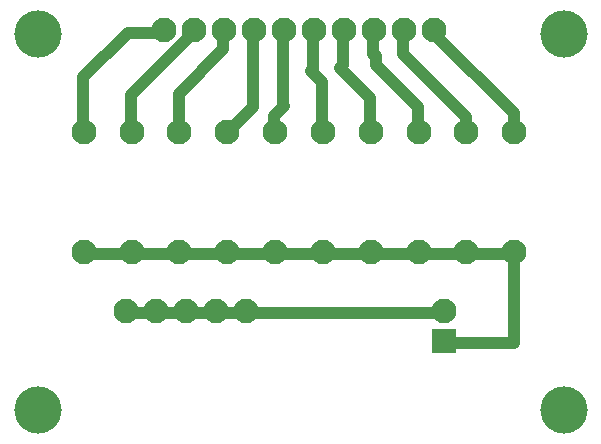
<source format=gbr>
%TF.GenerationSoftware,KiCad,Pcbnew,8.0.3*%
%TF.CreationDate,2024-07-19T22:27:01-04:00*%
%TF.ProjectId,DCPPowerBoard,44435050-6f77-4657-9242-6f6172642e6b,rev?*%
%TF.SameCoordinates,Original*%
%TF.FileFunction,Copper,L2,Bot*%
%TF.FilePolarity,Positive*%
%FSLAX46Y46*%
G04 Gerber Fmt 4.6, Leading zero omitted, Abs format (unit mm)*
G04 Created by KiCad (PCBNEW 8.0.3) date 2024-07-19 22:27:01*
%MOMM*%
%LPD*%
G01*
G04 APERTURE LIST*
%TA.AperFunction,ComponentPad*%
%ADD10C,2.100000*%
%TD*%
%TA.AperFunction,ComponentPad*%
%ADD11R,2.100000X2.100000*%
%TD*%
%TA.AperFunction,ViaPad*%
%ADD12C,4.000000*%
%TD*%
%TA.AperFunction,Conductor*%
%ADD13C,1.000000*%
%TD*%
G04 APERTURE END LIST*
D10*
%TO.P,R18,1*%
%TO.N,Net-(J1-Pin_2)*%
X106870000Y-54090000D03*
%TO.P,R18,2*%
%TO.N,Net-(J7-Pin_1)*%
X106870000Y-64250000D03*
%TD*%
%TO.P,R20,1*%
%TO.N,Net-(J1-Pin_4)*%
X98770000Y-54090000D03*
%TO.P,R20,2*%
%TO.N,Net-(J7-Pin_1)*%
X98770000Y-64250000D03*
%TD*%
D11*
%TO.P,J7,1,Pin_1*%
%TO.N,Net-(J7-Pin_1)*%
X104962339Y-71800000D03*
D10*
%TO.P,J7,2,Pin_2*%
%TO.N,Net-(J2-Pin_1)*%
X104962339Y-69260000D03*
%TD*%
%TO.P,J2,1,Pin_1*%
%TO.N,Net-(J2-Pin_1)*%
X88212339Y-69250000D03*
%TO.P,J2,2,Pin_2*%
X85672339Y-69250000D03*
%TO.P,J2,3,Pin_3*%
X83132339Y-69250000D03*
%TO.P,J2,4,Pin_4*%
X80592339Y-69250000D03*
%TO.P,J2,5,Pin_5*%
X78052339Y-69250000D03*
%TD*%
%TO.P,J1,1,Pin_1*%
%TO.N,Net-(J1-Pin_1)*%
X104120000Y-45500000D03*
%TO.P,J1,2,Pin_2*%
%TO.N,Net-(J1-Pin_2)*%
X101580000Y-45500000D03*
%TO.P,J1,3,Pin_3*%
%TO.N,Net-(J1-Pin_3)*%
X99040000Y-45500000D03*
%TO.P,J1,4,Pin_4*%
%TO.N,Net-(J1-Pin_4)*%
X96500000Y-45500000D03*
%TO.P,J1,5,Pin_5*%
%TO.N,Net-(J1-Pin_5)*%
X93960000Y-45500000D03*
%TO.P,J1,6,Pin_6*%
%TO.N,Net-(J1-Pin_6)*%
X91420000Y-45500000D03*
%TO.P,J1,7,Pin_7*%
%TO.N,Net-(J1-Pin_7)*%
X88880000Y-45500000D03*
%TO.P,J1,8,Pin_8*%
%TO.N,/<NO NET>*%
X86340000Y-45500000D03*
%TO.P,J1,9,Pin_9*%
%TO.N,Net-(J1-Pin_9)*%
X83800000Y-45500000D03*
%TO.P,J1,10,Pin_10*%
%TO.N,Net-(J1-Pin_10)*%
X81260000Y-45500000D03*
%TD*%
%TO.P,R21,1*%
%TO.N,Net-(J1-Pin_5)*%
X94720000Y-54090000D03*
%TO.P,R21,2*%
%TO.N,Net-(J7-Pin_1)*%
X94720000Y-64250000D03*
%TD*%
%TO.P,R22,1*%
%TO.N,Net-(J1-Pin_6)*%
X90670000Y-54090000D03*
%TO.P,R22,2*%
%TO.N,Net-(J7-Pin_1)*%
X90670000Y-64250000D03*
%TD*%
%TO.P,R26,1*%
%TO.N,Net-(J1-Pin_10)*%
X74470000Y-54090000D03*
%TO.P,R26,2*%
%TO.N,Net-(J7-Pin_1)*%
X74470000Y-64250000D03*
%TD*%
%TO.P,R17,1*%
%TO.N,Net-(J1-Pin_1)*%
X110920000Y-54090000D03*
%TO.P,R17,2*%
%TO.N,Net-(J7-Pin_1)*%
X110920000Y-64250000D03*
%TD*%
%TO.P,R24,1*%
%TO.N,/<NO NET>*%
X82570000Y-54090000D03*
%TO.P,R24,2*%
%TO.N,Net-(J7-Pin_1)*%
X82570000Y-64250000D03*
%TD*%
%TO.P,R19,1*%
%TO.N,Net-(J1-Pin_3)*%
X102820000Y-54090000D03*
%TO.P,R19,2*%
%TO.N,Net-(J7-Pin_1)*%
X102820000Y-64250000D03*
%TD*%
%TO.P,R23,1*%
%TO.N,Net-(J1-Pin_7)*%
X86620000Y-54090000D03*
%TO.P,R23,2*%
%TO.N,Net-(J7-Pin_1)*%
X86620000Y-64250000D03*
%TD*%
%TO.P,R25,1*%
%TO.N,Net-(J1-Pin_9)*%
X78520000Y-54090000D03*
%TO.P,R25,2*%
%TO.N,Net-(J7-Pin_1)*%
X78520000Y-64250000D03*
%TD*%
D12*
%TO.N,*%
X70586860Y-77614129D03*
X70597871Y-45807355D03*
X115085742Y-45829871D03*
X115092520Y-77621118D03*
%TD*%
D13*
%TO.N,Net-(J2-Pin_1)*%
X104892339Y-69440000D02*
X88152339Y-69440000D01*
X88152339Y-69440000D02*
X88142339Y-69430000D01*
X88142339Y-69430000D02*
X77982339Y-69430000D01*
%TO.N,Net-(J1-Pin_9)*%
X78450000Y-50960000D02*
X83730000Y-45680000D01*
X78450000Y-54270000D02*
X78450000Y-50960000D01*
%TO.N,Net-(J1-Pin_7)*%
X88810000Y-52010000D02*
X88810000Y-45680000D01*
X86550000Y-54270000D02*
X88810000Y-52010000D01*
%TO.N,Net-(J1-Pin_5)*%
X94650000Y-54270000D02*
X94650000Y-49900000D01*
X93890000Y-48720000D02*
X93890000Y-45680000D01*
X93680000Y-48930000D02*
X93890000Y-48720000D01*
X94650000Y-49900000D02*
X93680000Y-48930000D01*
%TO.N,Net-(J1-Pin_6)*%
X91430000Y-51930000D02*
X91350000Y-51850000D01*
X91350000Y-51850000D02*
X91350000Y-45680000D01*
X90600000Y-52760000D02*
X91430000Y-51930000D01*
X90600000Y-54270000D02*
X90600000Y-52760000D01*
%TO.N,Net-(J1-Pin_1)*%
X110850000Y-52480000D02*
X104050000Y-45680000D01*
X110850000Y-54270000D02*
X110850000Y-52480000D01*
%TO.N,Net-(J1-Pin_3)*%
X98970000Y-47470000D02*
X98970000Y-45680000D01*
X102750000Y-52000000D02*
X99180000Y-48430000D01*
X99180000Y-47680000D02*
X98970000Y-47470000D01*
X102750000Y-54270000D02*
X102750000Y-52000000D01*
X99180000Y-48430000D02*
X99180000Y-47680000D01*
%TO.N,Net-(J1-Pin_4)*%
X96180000Y-48680000D02*
X96430000Y-48430000D01*
X98700000Y-54270000D02*
X98700000Y-51200000D01*
X96430000Y-48430000D02*
X96430000Y-45680000D01*
X98700000Y-51200000D02*
X96180000Y-48680000D01*
%TO.N,Net-(J1-Pin_10)*%
X78180000Y-45680000D02*
X81190000Y-45680000D01*
X74400000Y-49460000D02*
X78180000Y-45680000D01*
X74400000Y-54270000D02*
X74400000Y-49460000D01*
%TO.N,Net-(J1-Pin_2)*%
X106800000Y-52800000D02*
X101510000Y-47510000D01*
X106800000Y-54270000D02*
X106800000Y-52800000D01*
X101510000Y-47510000D02*
X101510000Y-45680000D01*
%TO.N,/<NO NET>*%
X86270000Y-47090000D02*
X86270000Y-45680000D01*
X82500000Y-54270000D02*
X82500000Y-50860000D01*
X82500000Y-50860000D02*
X86270000Y-47090000D01*
%TO.N,Net-(J7-Pin_1)*%
X110850000Y-71850000D02*
X110850000Y-64430000D01*
X104892339Y-71980000D02*
X110880000Y-71980000D01*
X110880000Y-71980000D02*
X110930000Y-71930000D01*
X110850000Y-64430000D02*
X74400000Y-64430000D01*
X110930000Y-71930000D02*
X110850000Y-71850000D01*
%TD*%
M02*

</source>
